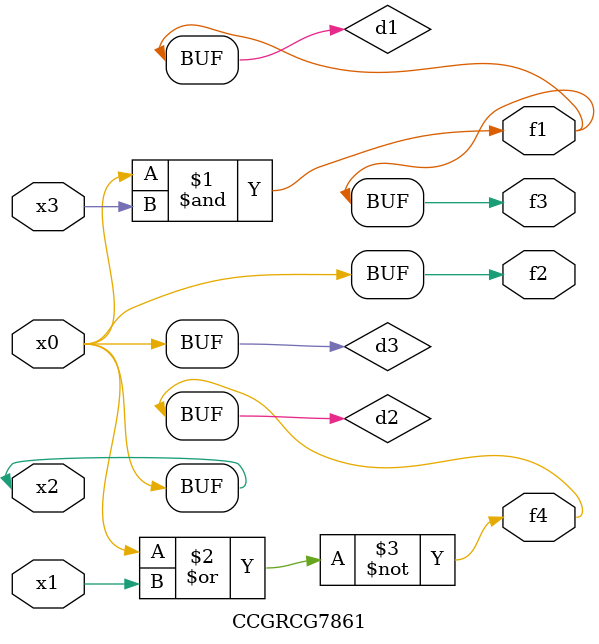
<source format=v>
module CCGRCG7861(
	input x0, x1, x2, x3,
	output f1, f2, f3, f4
);

	wire d1, d2, d3;

	and (d1, x2, x3);
	nor (d2, x0, x1);
	buf (d3, x0, x2);
	assign f1 = d1;
	assign f2 = d3;
	assign f3 = d1;
	assign f4 = d2;
endmodule

</source>
